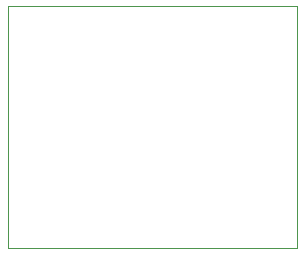
<source format=gbr>
%TF.GenerationSoftware,KiCad,Pcbnew,6.0.0-d3dd2cf0fa~116~ubuntu20.04.1*%
%TF.CreationDate,2022-01-27T11:36:16+01:00*%
%TF.ProjectId,ex00,65783030-2e6b-4696-9361-645f70636258,rev?*%
%TF.SameCoordinates,Original*%
%TF.FileFunction,Profile,NP*%
%FSLAX46Y46*%
G04 Gerber Fmt 4.6, Leading zero omitted, Abs format (unit mm)*
G04 Created by KiCad (PCBNEW 6.0.0-d3dd2cf0fa~116~ubuntu20.04.1) date 2022-01-27 11:36:16*
%MOMM*%
%LPD*%
G01*
G04 APERTURE LIST*
%TA.AperFunction,Profile*%
%ADD10C,0.100000*%
%TD*%
G04 APERTURE END LIST*
D10*
X83500000Y-71500000D02*
X59000000Y-71500000D01*
X59000000Y-71500000D02*
X59000000Y-92000000D01*
X59000000Y-92000000D02*
X83500000Y-92000000D01*
X83500000Y-92000000D02*
X83500000Y-71500000D01*
M02*

</source>
